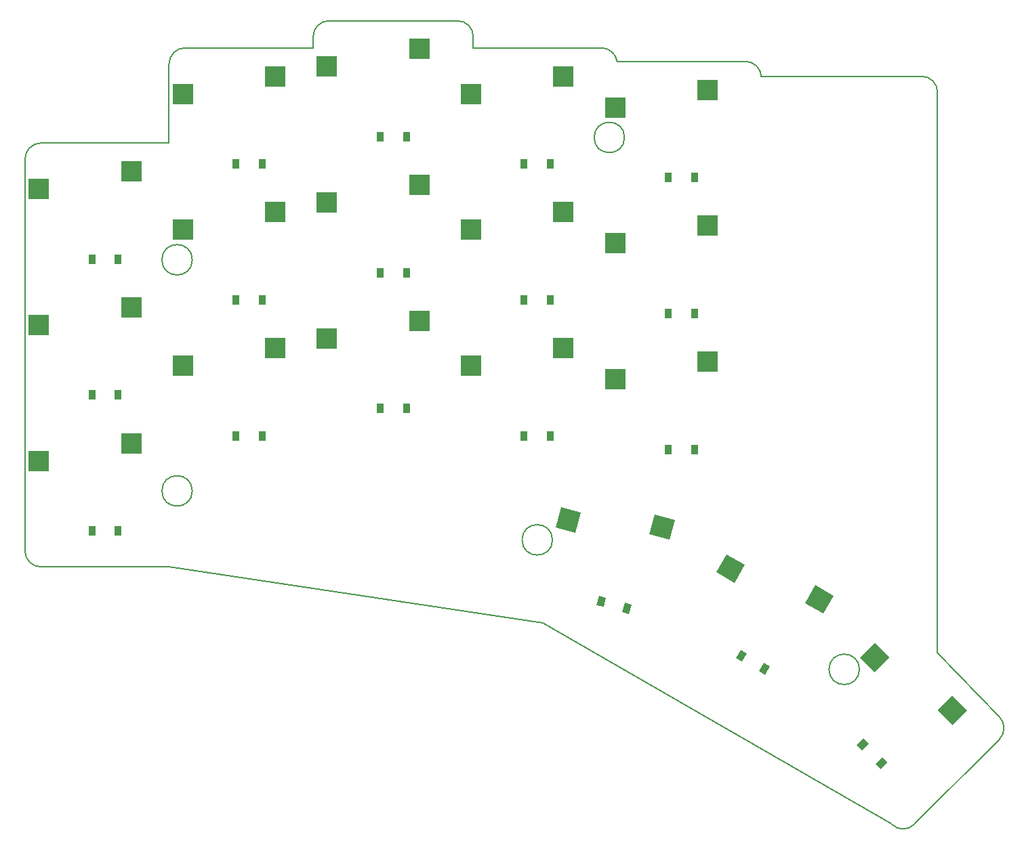
<source format=gbr>
G04 #@! TF.GenerationSoftware,KiCad,Pcbnew,5.1.5+dfsg1-2build2*
G04 #@! TF.CreationDate,2021-09-18T17:09:24+00:00*
G04 #@! TF.ProjectId,board,626f6172-642e-46b6-9963-61645f706362,VERSION_HERE*
G04 #@! TF.SameCoordinates,Original*
G04 #@! TF.FileFunction,Paste,Top*
G04 #@! TF.FilePolarity,Positive*
%FSLAX46Y46*%
G04 Gerber Fmt 4.6, Leading zero omitted, Abs format (unit mm)*
G04 Created by KiCad (PCBNEW 5.1.5+dfsg1-2build2) date 2021-09-18 17:09:24*
%MOMM*%
%LPD*%
G04 APERTURE LIST*
G04 #@! TA.AperFunction,Profile*
%ADD10C,0.150000*%
G04 #@! TD*
%ADD11R,2.600000X2.600000*%
%ADD12R,0.900000X1.200000*%
%ADD13C,0.350000*%
G04 APERTURE END LIST*
D10*
X10000000Y-9500000D02*
X26000000Y-9500000D01*
X8000000Y-7500000D02*
X8000000Y41500000D01*
X10000000Y-9500000D02*
G75*
G02X8000000Y-7500000I0J2000000D01*
G01*
X26000000Y43500000D02*
X10000000Y43500000D01*
X8000000Y41500000D02*
G75*
G02X10000000Y43500000I2000000J0D01*
G01*
X44000000Y55400000D02*
X28000000Y55400000D01*
X26000000Y53400000D02*
G75*
G02X28000000Y55400000I2000000J0D01*
G01*
X26000000Y53400000D02*
X26000000Y43500000D01*
X64000000Y55400000D02*
X64000000Y56800000D01*
X62000000Y58800000D02*
G75*
G02X64000000Y56800000I0J-2000000D01*
G01*
X62000000Y58800000D02*
X46000000Y58800000D01*
X44000000Y56800000D02*
G75*
G02X46000000Y58800000I2000000J0D01*
G01*
X44000000Y56800000D02*
X44000000Y55400000D01*
X80000000Y55400000D02*
G75*
G02X81977391Y53699872I0J-2000000D01*
G01*
X80000000Y55400000D02*
X64000000Y55400000D01*
X98000000Y53700000D02*
G75*
G02X99994367Y51850000I0J-2000000D01*
G01*
X98000000Y53700000D02*
X82000000Y53700000D01*
X81977391Y53699872D02*
G75*
G02X82000000Y53700000I22609J-1999872D01*
G01*
X119117258Y-41686664D02*
G75*
G02X116288831Y-41686665I-1414214J1414213D01*
G01*
X119117258Y-41686665D02*
X129723860Y-31080063D01*
X129723859Y-28251636D02*
G75*
G02X129723860Y-31080063I-1414213J-1414214D01*
G01*
X122000000Y-20208734D02*
X129723860Y-28251636D01*
X116288831Y-41686665D02*
X72707107Y-16524745D01*
X72707107Y-16524745D02*
X26000000Y-9500000D01*
X122000000Y-20208734D02*
X122000000Y49850000D01*
X120000000Y51850000D02*
G75*
G02X122000000Y49850000I0J-2000000D01*
G01*
X120000000Y51850000D02*
X99994367Y51850000D01*
X28900000Y28900000D02*
G75*
G03X28900000Y28900000I-1900000J0D01*
G01*
X28900000Y0D02*
G75*
G03X28900000Y0I-1900000J0D01*
G01*
X82900000Y44200000D02*
G75*
G03X82900000Y44200000I-1900000J0D01*
G01*
X73900000Y-6120000D02*
G75*
G03X73900000Y-6120000I-1900000J0D01*
G01*
X112249134Y-22311939D02*
G75*
G03X112249134Y-22311939I-1900000J0D01*
G01*
D11*
G04 #@! TO.C,S1*
X21275000Y5950000D03*
X9725000Y3750000D03*
G04 #@! TD*
D12*
G04 #@! TO.C,D1*
X16350000Y-5000000D03*
X19650000Y-5000000D03*
G04 #@! TD*
D11*
G04 #@! TO.C,S2*
X21275000Y22950000D03*
X9725000Y20750000D03*
G04 #@! TD*
D12*
G04 #@! TO.C,D2*
X16350000Y12000000D03*
X19650000Y12000000D03*
G04 #@! TD*
D11*
G04 #@! TO.C,S3*
X21275000Y39950000D03*
X9725000Y37750000D03*
G04 #@! TD*
D12*
G04 #@! TO.C,D3*
X16350000Y29000000D03*
X19650000Y29000000D03*
G04 #@! TD*
D11*
G04 #@! TO.C,S4*
X39275000Y17850000D03*
X27725000Y15650000D03*
G04 #@! TD*
D12*
G04 #@! TO.C,D4*
X34350000Y6900000D03*
X37650000Y6900000D03*
G04 #@! TD*
D11*
G04 #@! TO.C,S5*
X39275000Y34850000D03*
X27725000Y32650000D03*
G04 #@! TD*
D12*
G04 #@! TO.C,D5*
X34350000Y23900000D03*
X37650000Y23900000D03*
G04 #@! TD*
D11*
G04 #@! TO.C,S6*
X39275000Y51850000D03*
X27725000Y49650000D03*
G04 #@! TD*
D12*
G04 #@! TO.C,D6*
X34350000Y40900000D03*
X37650000Y40900000D03*
G04 #@! TD*
D11*
G04 #@! TO.C,S7*
X57275000Y21250000D03*
X45725000Y19050000D03*
G04 #@! TD*
D12*
G04 #@! TO.C,D7*
X52350000Y10300000D03*
X55650000Y10300000D03*
G04 #@! TD*
D11*
G04 #@! TO.C,S8*
X57275000Y38250000D03*
X45725000Y36050000D03*
G04 #@! TD*
D12*
G04 #@! TO.C,D8*
X52350000Y27300000D03*
X55650000Y27300000D03*
G04 #@! TD*
D11*
G04 #@! TO.C,S9*
X57275000Y55250000D03*
X45725000Y53050000D03*
G04 #@! TD*
D12*
G04 #@! TO.C,D9*
X52350000Y44300000D03*
X55650000Y44300000D03*
G04 #@! TD*
D11*
G04 #@! TO.C,S10*
X75275000Y17850000D03*
X63725000Y15650000D03*
G04 #@! TD*
D12*
G04 #@! TO.C,D10*
X70350000Y6900000D03*
X73650000Y6900000D03*
G04 #@! TD*
D11*
G04 #@! TO.C,S11*
X75275000Y34850000D03*
X63725000Y32650000D03*
G04 #@! TD*
D12*
G04 #@! TO.C,D11*
X70350000Y23900000D03*
X73650000Y23900000D03*
G04 #@! TD*
D11*
G04 #@! TO.C,S12*
X75275000Y51850000D03*
X63725000Y49650000D03*
G04 #@! TD*
D12*
G04 #@! TO.C,D12*
X70350000Y40900000D03*
X73650000Y40900000D03*
G04 #@! TD*
D11*
G04 #@! TO.C,S13*
X93275000Y16150000D03*
X81725000Y13950000D03*
G04 #@! TD*
D12*
G04 #@! TO.C,D13*
X88350000Y5200000D03*
X91650000Y5200000D03*
G04 #@! TD*
D11*
G04 #@! TO.C,S14*
X93275000Y33150000D03*
X81725000Y30950000D03*
G04 #@! TD*
D12*
G04 #@! TO.C,D14*
X88350000Y22200000D03*
X91650000Y22200000D03*
G04 #@! TD*
D11*
G04 #@! TO.C,S15*
X93275000Y50150000D03*
X81725000Y47950000D03*
G04 #@! TD*
D12*
G04 #@! TO.C,D15*
X88350000Y39200000D03*
X91650000Y39200000D03*
G04 #@! TD*
D13*
G04 #@! TO.C,S16*
G36*
X86004512Y-5438613D02*
G01*
X86677441Y-2927206D01*
X89188848Y-3600135D01*
X88515919Y-6111542D01*
X86004512Y-5438613D01*
G37*
G36*
X74278667Y-4574290D02*
G01*
X74951596Y-2062883D01*
X77463003Y-2735812D01*
X76790074Y-5247219D01*
X74278667Y-4574290D01*
G37*
G04 #@! TD*
G04 #@! TO.C,D16*
G36*
X79415464Y-14284637D02*
G01*
X79726047Y-13125526D01*
X80595380Y-13358463D01*
X80284797Y-14517574D01*
X79415464Y-14284637D01*
G37*
G36*
X82603020Y-15138737D02*
G01*
X82913603Y-13979626D01*
X83782936Y-14212563D01*
X83472353Y-15371674D01*
X82603020Y-15138737D01*
G37*
G04 #@! TD*
G04 #@! TO.C,S17*
G36*
X105466400Y-14057982D02*
G01*
X106766400Y-11806316D01*
X109018066Y-13106316D01*
X107718066Y-15357982D01*
X105466400Y-14057982D01*
G37*
G36*
X94363807Y-10188238D02*
G01*
X95663807Y-7936572D01*
X97915473Y-9236572D01*
X96615473Y-11488238D01*
X94363807Y-10188238D01*
G37*
G04 #@! TD*
G04 #@! TO.C,D17*
G36*
X96812247Y-20897315D02*
G01*
X97412247Y-19858085D01*
X98191669Y-20308085D01*
X97591669Y-21347315D01*
X96812247Y-20897315D01*
G37*
G36*
X99670131Y-22547315D02*
G01*
X100270131Y-21508085D01*
X101049553Y-21958085D01*
X100449553Y-22997315D01*
X99670131Y-22547315D01*
G37*
G04 #@! TD*
G04 #@! TO.C,S18*
G36*
X122033582Y-27420789D02*
G01*
X123872060Y-25582311D01*
X125710538Y-27420789D01*
X123872060Y-29259267D01*
X122033582Y-27420789D01*
G37*
G36*
X112310864Y-20809341D02*
G01*
X114149342Y-18970863D01*
X115987820Y-20809341D01*
X114149342Y-22647819D01*
X112310864Y-20809341D01*
G37*
G04 #@! TD*
G04 #@! TO.C,D18*
G36*
X111904812Y-31787140D02*
G01*
X112753340Y-30938612D01*
X113389736Y-31575008D01*
X112541208Y-32423536D01*
X111904812Y-31787140D01*
G37*
G36*
X114238264Y-34120592D02*
G01*
X115086792Y-33272064D01*
X115723188Y-33908460D01*
X114874660Y-34756988D01*
X114238264Y-34120592D01*
G37*
G04 #@! TD*
M02*

</source>
